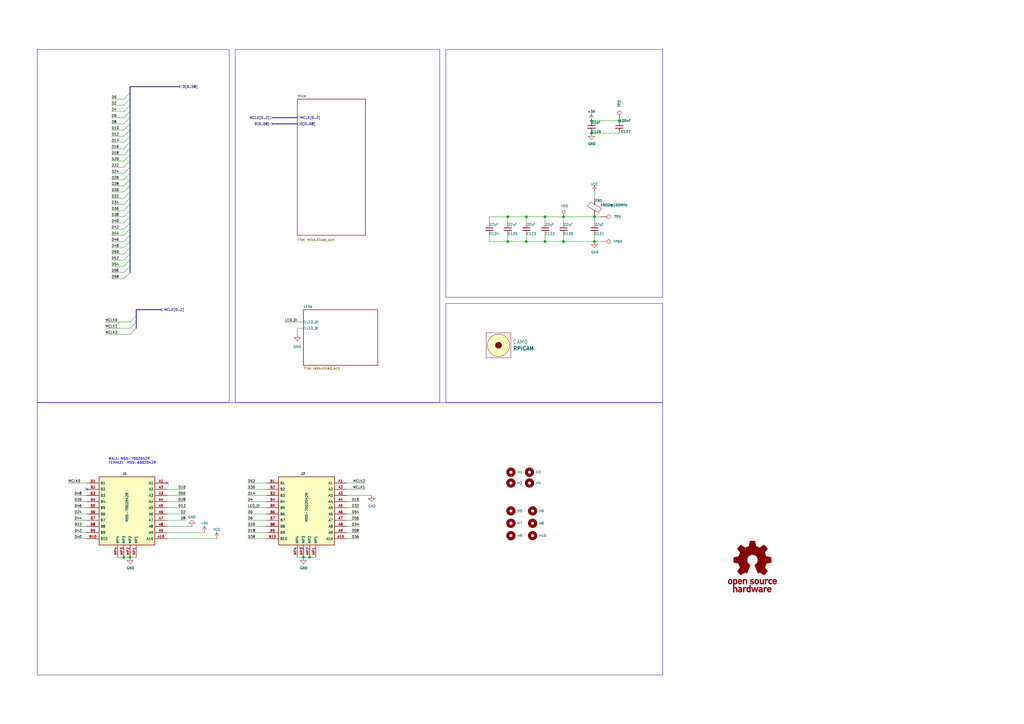
<source format=kicad_sch>
(kicad_sch (version 20250114) (generator "eeschema") (generator_version "9.0")
  (paper "A3")
  (lib_symbols
    (symbol "Device:FerriteBead" (pin_numbers (hide yes)) (pin_names (offset 0))
      (property "Reference" "FB" (at -3.81 0.635 90))
      (property "Value" "FerriteBead" (at 3.81 0 90))
      (symbol "FerriteBead_1_1"
        (pin passive line (at 0 3.81 270) (length 2.54) (name "~") (number "1"))
        (pin passive line (at 0 -3.81 90) (length 2.54) (name "~") (number "2"))
      )
    )
    (symbol "M55-7002042R:M55-7002042R"
      (property "Reference" "J" (at 34.29 15.24 0))
      (property "Value" "M55-7002042R" (at 34.29 12.7 0))
      (symbol "M55-7002042R_1_1"
        (pin passive line (at 0 2.54 0) (length 5.08) (name "MP4") (number "MP4"))
        (pin passive line (at 0 0 0) (length 5.08) (name "MP3") (number "MP3"))
        (pin passive line (at 0 -2.54 0) (length 5.08) (name "MP2") (number "MP2"))
        (pin passive line (at 0 -5.08 0) (length 5.08) (name "MP1") (number "MP1"))
        (pin passive line (at 7.62 15.24 270) (length 5.08) (name "B10") (number "B10"))
        (pin passive line (at 7.62 -17.78 90) (length 5.08) (name "A10") (number "A10"))
        (pin passive line (at 10.16 15.24 270) (length 5.08) (name "B9") (number "B9"))
        (pin passive line (at 10.16 -17.78 90) (length 5.08) (name "A9") (number "A9"))
        (pin passive line (at 12.7 15.24 270) (length 5.08) (name "B8") (number "B8"))
        (pin passive line (at 12.7 -17.78 90) (length 5.08) (name "A8") (number "A8"))
        (pin passive line (at 15.24 15.24 270) (length 5.08) (name "B7") (number "B7"))
        (pin passive line (at 15.24 -17.78 90) (length 5.08) (name "A7") (number "A7"))
        (pin passive line (at 17.78 15.24 270) (length 5.08) (name "B6") (number "B6"))
        (pin passive line (at 17.78 -17.78 90) (length 5.08) (name "A6") (number "A6"))
        (pin passive line (at 20.32 15.24 270) (length 5.08) (name "B5") (number "B5"))
        (pin passive line (at 20.32 -17.78 90) (length 5.08) (name "A5") (number "A5"))
        (pin passive line (at 22.86 15.24 270) (length 5.08) (name "B4") (number "B4"))
        (pin passive line (at 22.86 -17.78 90) (length 5.08) (name "A4") (number "A4"))
        (pin passive line (at 25.4 15.24 270) (length 5.08) (name "B3") (number "B3"))
        (pin passive line (at 25.4 -17.78 90) (length 5.08) (name "A3") (number "A3"))
        (pin passive line (at 27.94 15.24 270) (length 5.08) (name "B2") (number "B2"))
        (pin passive line (at 27.94 -17.78 90) (length 5.08) (name "A2") (number "A2"))
        (pin passive line (at 30.48 15.24 270) (length 5.08) (name "B1") (number "B1"))
        (pin passive line (at 30.48 -17.78 90) (length 5.08) (name "A1") (number "A1"))
      )
    )
    (symbol "Mechanical:MountingHole" (pin_names (offset 1.016))
      (property "Reference" "H" (at 0 5.08 0))
      (property "Value" "MountingHole" (at 0 3.175 0))
    )
    (symbol "OSHW:LOGO" (pin_names (offset 1.016)))
    (symbol "array-rescue:C_Small-Device-array-rescue" (pin_numbers (hide yes)) (pin_names (offset 0.254) (hide yes))
      (property "Reference" "C" (at 0.254 1.778 0))
      (property "Value" "array-rescue_C_Small-Device" (at 0.254 -2.032 0))
      (symbol "C_Small-Device-array-rescue_1_1"
        (pin passive line (at 0 2.54 270) (length 2.032) (name "~") (number "1"))
        (pin passive line (at 0 -2.54 90) (length 2.032) (name "~") (number "2"))
      )
    )
    (symbol "array-rescue:GND-power-array-rescue" (power) (pin_names (offset 0))
      (property "Value" "GND-power-array-rescue" (at 0 -3.81 0))
      (symbol "GND-power-array-rescue_1_1"
        (pin power_in line (at 0 0 270) (length 0) (hide yes) (name "GND") (number "1"))
      )
    )
    (symbol "array-rescue:TestPoint-Connector-array-rescue" (pin_numbers (hide yes)) (pin_names (offset 0.762) (hide yes))
      (property "Reference" "TP" (at 0 6.858 0))
      (property "Value" "array-rescue_TestPoint-Connector" (at 0 5.08 0))
      (symbol "TestPoint-Connector-array-rescue_1_1"
        (pin passive line (at 0 0 90) (length 2.54) (name "1") (number "1"))
      )
    )
    (symbol "array-rescue:VDD-power-array-rescue" (power) (pin_names (offset 0))
      (property "Value" "VDD-power-array-rescue" (at 0 3.81 0))
      (symbol "VDD-power-array-rescue_1_1"
        (pin power_in line (at 0 0 90) (length 0) (hide yes) (name "VDD") (number "1"))
      )
    )
    (symbol "power:+5V" (power) (pin_names (offset 0))
      (property "Value" "+5V" (at 0 3.556 0))
      (symbol "+5V_1_1"
        (pin power_in line (at 0 0 90) (length 0) (hide yes) (name "+5V") (number "1"))
      )
    )
    (symbol "power:GND" (power) (pin_names (offset 0))
      (property "Value" "GND" (at 0 -3.81 0))
      (symbol "GND_1_1"
        (pin power_in line (at 0 0 270) (length 0) (hide yes) (name "GND") (number "1"))
      )
    )
    (symbol "power:VCC" (power) (pin_names (offset 0))
      (property "Value" "VCC" (at 0 3.81 0))
      (symbol "VCC_1_1"
        (pin power_in line (at 0 0 90) (length 0) (hide yes) (name "VCC") (number "1"))
      )
    )
    (symbol "rpicam:RPICAM" (pin_names (offset 1.016))
      (property "Reference" "CAM" (at -2.54 6.35 0))
      (property "Value" "RPICAM" (at 1.27 -6.35 0))
    )
  )
  (text "MALE: M55-7002042R \nFEMALE:  M55-6002042R" (at 44.45 190.5 0) (effects (font (size 1 1)) (justify left bottom)))
  (junction (at 53.34 228.6))
  (junction (at 215.9 99.06))
  (junction (at 223.52 99.06))
  (junction (at 243.84 88.9))
  (junction (at 208.28 99.06))
  (junction (at 127 228.6))
  (junction (at 242.57 54.61))
  (junction (at 208.28 88.9))
  (junction (at 231.14 88.9))
  (junction (at 254 49.53))
  (junction (at 231.14 99.06))
  (junction (at 50.8 228.6))
  (junction (at 242.57 49.53))
  (junction (at 215.9 88.9))
  (junction (at 124.46 228.6))
  (junction (at 243.84 99.06))
  (junction (at 223.52 88.9))
  (no_connect (at 35.56 200.66))
  (no_connect (at 68.58 198.12))
  (bus_entry (at 50.8 53.34) (size 2.54 -2.54))
  (bus_entry (at 50.8 81.28) (size 2.54 -2.54))
  (bus_entry (at 53.34 132.08) (size 2.54 -2.54))
  (bus_entry (at 50.8 55.88) (size 2.54 -2.54))
  (bus_entry (at 50.8 99.06) (size 2.54 -2.54))
  (bus_entry (at 50.8 111.76) (size 2.54 -2.54))
  (bus_entry (at 50.8 86.36) (size 2.54 -2.54))
  (bus_entry (at 50.8 93.98) (size 2.54 -2.54))
  (bus_entry (at 50.8 43.18) (size 2.54 -2.54))
  (bus_entry (at 53.34 137.16) (size 2.54 -2.54))
  (bus_entry (at 50.8 68.58) (size 2.54 -2.54))
  (bus_entry (at 50.8 83.82) (size 2.54 -2.54))
  (bus_entry (at 50.8 60.96) (size 2.54 -2.54))
  (bus_entry (at 53.34 134.62) (size 2.54 -2.54))
  (bus_entry (at 50.8 48.26) (size 2.54 -2.54))
  (bus_entry (at 50.8 66.04) (size 2.54 -2.54))
  (bus_entry (at 50.8 71.12) (size 2.54 -2.54))
  (bus_entry (at 50.8 45.72) (size 2.54 -2.54))
  (bus_entry (at 50.8 40.64) (size 2.54 -2.54))
  (bus_entry (at 50.8 91.44) (size 2.54 -2.54))
  (bus_entry (at 50.8 50.8) (size 2.54 -2.54))
  (bus_entry (at 50.8 106.68) (size 2.54 -2.54))
  (bus_entry (at 50.8 101.6) (size 2.54 -2.54))
  (bus_entry (at 50.8 58.42) (size 2.54 -2.54))
  (bus_entry (at 50.8 114.3) (size 2.54 -2.54))
  (bus_entry (at 50.8 96.52) (size 2.54 -2.54))
  (bus_entry (at 50.8 109.22) (size 2.54 -2.54))
  (bus_entry (at 50.8 73.66) (size 2.54 -2.54))
  (bus_entry (at 50.8 76.2) (size 2.54 -2.54))
  (bus_entry (at 50.8 63.5) (size 2.54 -2.54))
  (bus_entry (at 50.8 88.9) (size 2.54 -2.54))
  (bus_entry (at 50.8 104.14) (size 2.54 -2.54))
  (bus_entry (at 50.8 78.74) (size 2.54 -2.54))
  (polyline (pts (xy 271.78 20.32) (xy 271.78 121.92)))
  (wire (pts (xy 30.48 210.82) (xy 35.56 210.82)))
  (wire (pts (xy 142.24 208.28) (xy 147.32 208.28)))
  (wire (pts (xy 68.58 220.98) (xy 88.9 220.98)))
  (bus (pts (xy 53.34 109.22) (xy 53.34 111.76)))
  (bus (pts (xy 121.92 48.26) (xy 111.76 48.26)))
  (wire (pts (xy 45.72 63.5) (xy 50.8 63.5)))
  (polyline (pts (xy 271.78 124.46) (xy 271.78 165.1)))
  (wire (pts (xy 45.72 73.66) (xy 50.8 73.66)))
  (wire (pts (xy 45.72 68.58) (xy 50.8 68.58)))
  (wire (pts (xy 45.72 78.74) (xy 50.8 78.74)))
  (bus (pts (xy 53.34 86.36) (xy 53.34 88.9)))
  (wire (pts (xy 45.72 91.44) (xy 50.8 91.44)))
  (wire (pts (xy 45.72 114.3) (xy 50.8 114.3)))
  (polyline (pts (xy 15.24 20.32) (xy 93.98 20.32)))
  (bus (pts (xy 53.34 99.06) (xy 53.34 101.6)))
  (bus (pts (xy 53.34 88.9) (xy 53.34 91.44)))
  (polyline (pts (xy 96.52 20.32) (xy 180.34 20.32)))
  (wire (pts (xy 101.6 200.66) (xy 109.22 200.66)))
  (wire (pts (xy 45.72 96.52) (xy 50.8 96.52)))
  (wire (pts (xy 68.58 205.74) (xy 76.2 205.74)))
  (wire (pts (xy 48.26 228.6) (xy 50.8 228.6)))
  (wire (pts (xy 45.72 76.2) (xy 50.8 76.2)))
  (bus (pts (xy 55.88 127) (xy 55.88 129.54)))
  (wire (pts (xy 30.48 208.28) (xy 35.56 208.28)))
  (wire (pts (xy 45.72 50.8) (xy 50.8 50.8)))
  (wire (pts (xy 101.6 208.28) (xy 109.22 208.28)))
  (bus (pts (xy 53.34 55.88) (xy 53.34 58.42)))
  (bus (pts (xy 53.34 48.26) (xy 53.34 50.8)))
  (wire (pts (xy 243.84 88.9) (xy 243.84 91.44)))
  (polyline (pts (xy 93.98 165.1) (xy 15.24 165.1)))
  (wire (pts (xy 101.6 220.98) (xy 109.22 220.98)))
  (polyline (pts (xy 15.24 276.86) (xy 15.24 165.1)))
  (wire (pts (xy 231.14 88.9) (xy 223.52 88.9)))
  (polyline (pts (xy 271.78 121.92) (xy 182.88 121.92)))
  (wire (pts (xy 142.24 210.82) (xy 147.32 210.82)))
  (wire (pts (xy 101.6 218.44) (xy 109.22 218.44)))
  (bus (pts (xy 53.34 60.96) (xy 53.34 63.5)))
  (wire (pts (xy 200.66 96.52) (xy 200.66 99.06)))
  (polyline (pts (xy 93.98 20.32) (xy 93.98 165.1)))
  (wire (pts (xy 68.58 210.82) (xy 76.2 210.82)))
  (wire (pts (xy 101.6 203.2) (xy 109.22 203.2)))
  (wire (pts (xy 101.6 210.82) (xy 109.22 210.82)))
  (wire (pts (xy 30.48 215.9) (xy 35.56 215.9)))
  (wire (pts (xy 30.48 203.2) (xy 35.56 203.2)))
  (wire (pts (xy 45.72 83.82) (xy 50.8 83.82)))
  (wire (pts (xy 242.57 49.53) (xy 254 49.53)))
  (wire (pts (xy 223.52 96.52) (xy 223.52 99.06)))
  (wire (pts (xy 45.72 40.64) (xy 50.8 40.64)))
  (polyline (pts (xy 15.24 165.1) (xy 15.24 20.32)))
  (wire (pts (xy 45.72 93.98) (xy 50.8 93.98)))
  (wire (pts (xy 45.72 109.22) (xy 50.8 109.22)))
  (wire (pts (xy 45.72 104.14) (xy 50.8 104.14)))
  (wire (pts (xy 68.58 208.28) (xy 76.2 208.28)))
  (wire (pts (xy 142.24 200.66) (xy 149.86 200.66)))
  (wire (pts (xy 121.92 134.62) (xy 121.92 137.16)))
  (wire (pts (xy 124.46 134.62) (xy 121.92 134.62)))
  (wire (pts (xy 101.6 215.9) (xy 109.22 215.9)))
  (bus (pts (xy 53.34 96.52) (xy 53.34 99.06)))
  (bus (pts (xy 53.34 73.66) (xy 53.34 76.2)))
  (bus (pts (xy 53.34 35.56) (xy 73.66 35.56)))
  (bus (pts (xy 53.34 101.6) (xy 53.34 104.14)))
  (polyline (pts (xy 271.78 165.1) (xy 182.88 165.1)))
  (wire (pts (xy 101.6 213.36) (xy 109.22 213.36)))
  (wire (pts (xy 68.58 215.9) (xy 78.74 215.9)))
  (wire (pts (xy 45.72 99.06) (xy 50.8 99.06)))
  (bus (pts (xy 53.34 81.28) (xy 53.34 83.82)))
  (bus (pts (xy 53.34 71.12) (xy 53.34 73.66)))
  (wire (pts (xy 45.72 86.36) (xy 50.8 86.36)))
  (wire (pts (xy 200.66 88.9) (xy 200.66 91.44)))
  (wire (pts (xy 101.6 198.12) (xy 109.22 198.12)))
  (wire (pts (xy 242.57 54.61) (xy 254 54.61)))
  (wire (pts (xy 45.72 53.34) (xy 50.8 53.34)))
  (wire (pts (xy 45.72 48.26) (xy 50.8 48.26)))
  (wire (pts (xy 223.52 88.9) (xy 223.52 91.44)))
  (wire (pts (xy 45.72 106.68) (xy 50.8 106.68)))
  (wire (pts (xy 215.9 88.9) (xy 215.9 91.44)))
  (bus (pts (xy 53.34 40.64) (xy 53.34 43.18)))
  (wire (pts (xy 127 228.6) (xy 129.54 228.6)))
  (polyline (pts (xy 182.88 20.32) (xy 271.78 20.32)))
  (wire (pts (xy 45.72 111.76) (xy 50.8 111.76)))
  (bus (pts (xy 53.34 83.82) (xy 53.34 86.36)))
  (bus (pts (xy 53.34 91.44) (xy 53.34 93.98)))
  (polyline (pts (xy 271.78 276.86) (xy 15.24 276.86)))
  (wire (pts (xy 200.66 99.06) (xy 208.28 99.06)))
  (wire (pts (xy 68.58 203.2) (xy 76.2 203.2)))
  (polyline (pts (xy 271.78 165.1) (xy 271.78 276.86)))
  (wire (pts (xy 215.9 99.06) (xy 223.52 99.06)))
  (wire (pts (xy 215.9 96.52) (xy 215.9 99.06)))
  (bus (pts (xy 53.34 68.58) (xy 53.34 71.12)))
  (wire (pts (xy 45.72 71.12) (xy 50.8 71.12)))
  (wire (pts (xy 142.24 203.2) (xy 152.4 203.2)))
  (bus (pts (xy 53.34 66.04) (xy 53.34 68.58)))
  (wire (pts (xy 246.38 99.06) (xy 243.84 99.06)))
  (wire (pts (xy 208.28 96.52) (xy 208.28 99.06)))
  (wire (pts (xy 142.24 205.74) (xy 147.32 205.74)))
  (wire (pts (xy 45.72 58.42) (xy 50.8 58.42)))
  (wire (pts (xy 45.72 55.88) (xy 50.8 55.88)))
  (polyline (pts (xy 182.88 124.46) (xy 271.78 124.46)))
  (wire (pts (xy 243.84 78.74) (xy 243.84 81.28)))
  (bus (pts (xy 53.34 93.98) (xy 53.34 96.52)))
  (wire (pts (xy 30.48 218.44) (xy 35.56 218.44)))
  (wire (pts (xy 231.14 99.06) (xy 231.14 96.52)))
  (bus (pts (xy 53.34 78.74) (xy 53.34 81.28)))
  (wire (pts (xy 45.72 88.9) (xy 50.8 88.9)))
  (wire (pts (xy 43.18 137.16) (xy 53.34 137.16)))
  (wire (pts (xy 50.8 228.6) (xy 53.34 228.6)))
  (bus (pts (xy 53.34 106.68) (xy 53.34 109.22)))
  (bus (pts (xy 53.34 76.2) (xy 53.34 78.74)))
  (bus (pts (xy 53.34 104.14) (xy 53.34 106.68)))
  (bus (pts (xy 53.34 45.72) (xy 53.34 48.26)))
  (wire (pts (xy 142.24 218.44) (xy 147.32 218.44)))
  (polyline (pts (xy 182.88 165.1) (xy 182.88 124.46)))
  (wire (pts (xy 27.94 198.12) (xy 35.56 198.12)))
  (bus (pts (xy 53.34 63.5) (xy 53.34 66.04)))
  (wire (pts (xy 208.28 88.9) (xy 208.28 91.44)))
  (wire (pts (xy 45.72 101.6) (xy 50.8 101.6)))
  (wire (pts (xy 142.24 198.12) (xy 149.86 198.12)))
  (bus (pts (xy 53.34 35.56) (xy 53.34 38.1)))
  (wire (pts (xy 68.58 213.36) (xy 76.2 213.36)))
  (bus (pts (xy 53.34 43.18) (xy 53.34 45.72)))
  (wire (pts (xy 45.72 81.28) (xy 50.8 81.28)))
  (bus (pts (xy 53.34 50.8) (xy 53.34 53.34)))
  (wire (pts (xy 121.92 228.6) (xy 124.46 228.6)))
  (bus (pts (xy 55.88 129.54) (xy 55.88 132.08)))
  (wire (pts (xy 208.28 99.06) (xy 215.9 99.06)))
  (wire (pts (xy 45.72 60.96) (xy 50.8 60.96)))
  (wire (pts (xy 45.72 43.18) (xy 50.8 43.18)))
  (polyline (pts (xy 15.24 165.1) (xy 271.78 165.1)))
  (wire (pts (xy 208.28 88.9) (xy 200.66 88.9)))
  (wire (pts (xy 142.24 215.9) (xy 147.32 215.9)))
  (wire (pts (xy 223.52 88.9) (xy 215.9 88.9)))
  (wire (pts (xy 43.18 132.08) (xy 53.34 132.08)))
  (wire (pts (xy 68.58 218.44) (xy 83.82 218.44)))
  (wire (pts (xy 30.48 220.98) (xy 35.56 220.98)))
  (wire (pts (xy 142.24 213.36) (xy 147.32 213.36)))
  (wire (pts (xy 243.84 88.9) (xy 246.38 88.9)))
  (wire (pts (xy 243.84 99.06) (xy 231.14 99.06)))
  (wire (pts (xy 231.14 88.9) (xy 243.84 88.9)))
  (wire (pts (xy 30.48 205.74) (xy 35.56 205.74)))
  (bus (pts (xy 55.88 132.08) (xy 55.88 134.62)))
  (wire (pts (xy 101.6 205.74) (xy 109.22 205.74)))
  (wire (pts (xy 68.58 200.66) (xy 76.2 200.66)))
  (polyline (pts (xy 182.88 121.92) (xy 182.88 20.32)))
  (bus (pts (xy 53.34 58.42) (xy 53.34 60.96)))
  (wire (pts (xy 223.52 99.06) (xy 231.14 99.06)))
  (wire (pts (xy 45.72 66.04) (xy 50.8 66.04)))
  (wire (pts (xy 208.28 88.9) (xy 215.9 88.9)))
  (polyline (pts (xy 180.34 20.32) (xy 180.34 165.1)))
  (wire (pts (xy 45.72 45.72) (xy 50.8 45.72)))
  (bus (pts (xy 121.92 50.8) (xy 111.76 50.8)))
  (wire (pts (xy 243.84 96.52) (xy 243.84 99.06)))
  (wire (pts (xy 53.34 228.6) (xy 55.88 228.6)))
  (wire (pts (xy 231.14 91.44) (xy 231.14 88.9)))
  (wire (pts (xy 30.48 213.36) (xy 35.56 213.36)))
  (bus (pts (xy 53.34 53.34) (xy 53.34 55.88)))
  (bus (pts (xy 53.34 38.1) (xy 53.34 40.64)))
  (wire (pts (xy 116.84 132.08) (xy 124.46 132.08)))
  (wire (pts (xy 147.32 220.98) (xy 142.24 220.98)))
  (wire (pts (xy 124.46 228.6) (xy 127 228.6)))
  (polyline (pts (xy 180.34 165.1) (xy 96.52 165.1)))
  (bus (pts (xy 55.88 127) (xy 66.04 127)))
  (polyline (pts (xy 96.52 165.1) (xy 96.52 20.32)))
  (wire (pts (xy 43.18 134.62) (xy 53.34 134.62)))
  (label "D16" (at 45.72 60.96 0) (effects (font (size 1 1))))
  (label "D46" (at 30.48 208.28 0) (effects (font (size 1 1))))
  (label "D54" (at 45.72 109.22 0) (effects (font (size 1 1))))
  (label "D26" (at 30.48 205.74 0) (effects (font (size 1 1))))
  (label "D50" (at 76.2 203.2 180) (effects (font (size 1 1))))
  (label "D54" (at 147.32 210.82 180) (effects (font (size 1 1))))
  (label "D56" (at 147.32 213.36 180) (effects (font (size 1 1))))
  (label "D42" (at 30.48 218.44 0) (effects (font (size 1 1))))
  (label "D24" (at 30.48 210.82 0) (effects (font (size 1 1))))
  (label "D4" (at 45.72 45.72 0) (effects (font (size 1 1))))
  (label "D30" (at 101.6 200.66 0) (effects (font (size 1 1))))
  (label "MCLK2" (at 149.86 198.12 180) (effects (font (size 1 1))))
  (label "D6" (at 101.6 213.36 0) (effects (font (size 1 1))))
  (label "D28" (at 76.2 205.74 180) (effects (font (size 1 1))))
  (label "D24" (at 45.72 71.12 0) (effects (font (size 1 1))))
  (label "D42" (at 45.72 93.98 0) (effects (font (size 1 1))))
  (label "D12" (at 45.72 55.88 0) (effects (font (size 1 1))))
  (label "MCLK0" (at 43.18 132.08 0) (effects (font (size 1 1))))
  (label "D28" (at 45.72 76.2 0) (effects (font (size 1 1))))
  (label "D10" (at 76.2 200.66 180) (effects (font (size 1 1))))
  (label "D26" (at 45.72 73.66 0) (effects (font (size 1 1))))
  (label "D14" (at 101.6 203.2 0) (effects (font (size 1 1))))
  (label "D0" (at 101.6 210.82 0) (effects (font (size 1 1))))
  (label "D20" (at 45.72 66.04 0) (effects (font (size 1 1))))
  (label "MCLK2" (at 43.18 137.16 0) (effects (font (size 1 1))))
  (label "LED_DI" (at 101.6 208.28 0) (effects (font (size 1 1))))
  (label "D22" (at 30.48 215.9 0) (effects (font (size 1 1))))
  (label "D44" (at 45.72 96.52 0) (effects (font (size 1 1))))
  (label "D58" (at 147.32 218.44 180) (effects (font (size 1 1))))
  (label "D2" (at 76.2 210.82 180) (effects (font (size 1 1))))
  (label "MCLK1" (at 149.86 200.66 180) (effects (font (size 1 1))))
  (label "D8" (at 76.2 213.36 180) (effects (font (size 1 1))))
  (label "LED_DI" (at 116.84 132.08 0) (effects (font (size 1 1))))
  (label "D36" (at 45.72 86.36 0) (effects (font (size 1 1))))
  (label "D20" (at 101.6 215.9 0) (effects (font (size 1 1))))
  (label "D38" (at 45.72 88.9 0) (effects (font (size 1 1))))
  (label "D6" (at 45.72 48.26 0) (effects (font (size 1 1))))
  (label "D0" (at 45.72 40.64 0) (effects (font (size 1 1))))
  (label "D50" (at 45.72 104.14 0) (effects (font (size 1 1))))
  (label "D18" (at 101.6 218.44 0) (effects (font (size 1 1))))
  (label "D14" (at 45.72 58.42 0) (effects (font (size 1 1))))
  (label "D30" (at 45.72 78.74 0) (effects (font (size 1 1))))
  (label "D22" (at 45.72 68.58 0) (effects (font (size 1 1))))
  (label "D4" (at 101.6 205.74 0) (effects (font (size 1 1))))
  (label "D12" (at 76.2 208.28 180) (effects (font (size 1 1))))
  (label "D38" (at 101.6 220.98 0) (effects (font (size 1 1))))
  (label "D32" (at 45.72 81.28 0) (effects (font (size 1 1))))
  (label "MCLK1" (at 43.18 134.62 0) (effects (font (size 1 1))))
  (label "D56" (at 45.72 111.76 0) (effects (font (size 1 1))))
  (label "D16" (at 147.32 205.74 180) (effects (font (size 1 1))))
  (label "D52" (at 101.6 198.12 0) (effects (font (size 1 1))))
  (label "D8" (at 45.72 50.8 0) (effects (font (size 1 1))))
  (label "D40" (at 30.48 220.98 0) (effects (font (size 1 1))))
  (label "D34" (at 147.32 215.9 180) (effects (font (size 1 1))))
  (label "D58" (at 45.72 114.3 0) (effects (font (size 1 1))))
  (label "D36" (at 147.32 220.98 180) (effects (font (size 1 1))))
  (label "D34" (at 45.72 83.82 0) (effects (font (size 1 1))))
  (label "D10" (at 45.72 53.34 0) (effects (font (size 1 1))))
  (label "D32" (at 147.32 208.28 180) (effects (font (size 1 1))))
  (label "D48" (at 30.48 203.2 0) (effects (font (size 1 1))))
  (label "D44" (at 30.48 213.36 0) (effects (font (size 1 1))))
  (label "D2" (at 45.72 43.18 0) (effects (font (size 1 1))))
  (label "D46" (at 45.72 99.06 0) (effects (font (size 1 1))))
  (label "D40" (at 45.72 91.44 0) (effects (font (size 1 1))))
  (label "D18" (at 45.72 63.5 0) (effects (font (size 1 1))))
  (label "MCLK0" (at 27.94 198.12 0) (effects (font (size 1 1))))
  (label "D52" (at 45.72 106.68 0) (effects (font (size 1 1))))
  (label "D48" (at 45.72 101.6 0) (effects (font (size 1 1))))
  (hierarchical_label "MCLK[0..2]" (shape input) (at 111.76 48.26 180) (effects (font (size 1 1))))
  (hierarchical_label "D[0..58]" (shape output) (at 111.76 50.8 180) (effects (font (size 1 1))))
  (hierarchical_label "D[0..58]" (shape output) (at 73.66 35.56 0) (effects (font (size 1 1))))
  (hierarchical_label "MCLK[0..2]" (shape output) (at 66.04 127 0) (effects (font (size 1 1))))
  (symbol (lib_id "array-rescue:C_Small-Device-array-rescue") (at 243.84 93.98 0) (unit 1)
    (property "Reference" "C121" (at 243.84 95.885 0) (effects (font (size 1 1)) (justify left)))
    (property "Value" "22uF" (at 243.84 92.075 0) (effects (font (size 1 1)) (justify left)))
    (property "Footprint" "Capacitor_SMD:C_0805_2012Metric" (effects (hide yes)))
    (property "Datasheet" "https://www.yageo.com/upload/media/product/app/datasheet/mlcc/upy-gphc_y5v_6_3v-to-50v.pdf" (effects (hide yes)))
    (property "Manufacturer_Part_Number" "CC0805ZKY5V5BB226" (effects (hide yes)))
    (property "LCSC" "C577040" (effects (hide yes)))
  )
  (symbol (lib_id "array-rescue:GND-power-array-rescue") (at 243.84 99.06 0) (unit 1)
    (property "Reference" "#PWR0121" (effects (hide yes)))
    (property "Value" "GND" (at 243.967 103.4542 0) (effects (font (size 1 1))))
  )
  (symbol (lib_id "rpicam:RPICAM") (at 204.47 141.605 0) (unit 1) (in_bom no)
    (property "Reference" "CAM0" (at 210.2612 140.2588 0) (effects (font (size 1.524 1.524)) (justify left)))
    (property "Value" "RPICAM" (at 210.2612 142.9512 0) (effects (font (size 1.524 1.524) (bold yes)) (justify left)))
    (property "Footprint" "raspberry:RPI_CAMERA" (effects (hide yes)))
  )
  (symbol (lib_id "array-rescue:TestPoint-Connector-array-rescue") (at 246.38 99.06 270) (unit 1) (in_bom no)
    (property "Reference" "TP65" (at 253.365 99.06 90) (effects (font (size 1 1))))
    (property "Value" "TestPoint" (effects (hide yes)))
    (property "Footprint" "raspberry:TestPoint_Pad_D1.5mm" (effects (hide yes)))
  )
  (symbol (lib_id "array-rescue:C_Small-Device-array-rescue") (at 200.66 93.98 0) (unit 1)
    (property "Reference" "C124" (at 200.66 95.885 0) (effects (font (size 1 1)) (justify left)))
    (property "Value" "22uF" (at 200.66 92.075 0) (effects (font (size 1 1)) (justify left)))
    (property "Footprint" "Capacitor_SMD:C_0805_2012Metric" (effects (hide yes)))
    (property "Datasheet" "https://www.yageo.com/upload/media/product/app/datasheet/mlcc/upy-gphc_y5v_6_3v-to-50v.pdf" (effects (hide yes)))
    (property "Manufacturer_Part_Number" "CC0805ZKY5V5BB226" (effects (hide yes)))
    (property "LCSC" "C577040" (effects (hide yes)))
  )
  (symbol (lib_id "array-rescue:GND-power-array-rescue") (at 53.34 228.6 0) (unit 1)
    (property "Reference" "#PWR0123" (effects (hide yes)))
    (property "Value" "GND" (at 53.467 232.9942 0) (effects (font (size 1 1))))
  )
  (symbol (lib_id "array-rescue:C_Small-Device-array-rescue") (at 231.14 93.98 0) (unit 1)
    (property "Reference" "C120" (at 231.14 95.885 0) (effects (font (size 1 1)) (justify left)))
    (property "Value" "22uF" (at 231.14 92.075 0) (effects (font (size 1 1)) (justify left)))
    (property "Footprint" "Capacitor_SMD:C_0805_2012Metric" (effects (hide yes)))
    (property "Datasheet" "https://www.yageo.com/upload/media/product/app/datasheet/mlcc/upy-gphc_y5v_6_3v-to-50v.pdf" (effects (hide yes)))
    (property "Manufacturer_Part_Number" "CC0805ZKY5V5BB226" (effects (hide yes)))
    (property "LCSC" "C577040" (effects (hide yes)))
  )
  (symbol (lib_id "array-rescue:GND-power-array-rescue") (at 152.4 203.2 0) (unit 1)
    (property "Reference" "#PWR0124" (effects (hide yes)))
    (property "Value" "GND" (at 152.527 207.5942 0) (effects (font (size 1 1))))
  )
  (symbol (lib_id "array-rescue:C_Small-Device-array-rescue") (at 215.9 93.98 0) (unit 1)
    (property "Reference" "C123" (at 215.9 95.885 0) (effects (font (size 1 1)) (justify left)))
    (property "Value" "22uF" (at 215.9 92.075 0) (effects (font (size 1 1)) (justify left)))
    (property "Footprint" "Capacitor_SMD:C_0805_2012Metric" (effects (hide yes)))
    (property "Datasheet" "https://www.yageo.com/upload/media/product/app/datasheet/mlcc/upy-gphc_y5v_6_3v-to-50v.pdf" (effects (hide yes)))
    (property "Manufacturer_Part_Number" "CC0805ZKY5V5BB226" (effects (hide yes)))
    (property "LCSC" "C577040" (effects (hide yes)))
  )
  (symbol (lib_id "array-rescue:VDD-power-array-rescue") (at 231.14 88.9 0) (unit 1)
    (property "Reference" "#PWR0116" (effects (hide yes)))
    (property "Value" "VDD" (at 231.5718 84.5058 0) (effects (font (size 1 1))))
  )
  (symbol (lib_id "M55-7002042R:M55-7002042R") (at 124.46 228.6 90) (unit 1)
    (property "Reference" "J2" (at 123.19 194.31 90) (effects (font (size 1 1) (bold yes)) (justify right)))
    (property "Value" "M55-7002042R" (at 125.73 201.93 0) (effects (font (size 1 1)) (justify right)))
    (property "Footprint" "M557002042R" (effects (hide yes)))
    (property "Datasheet" "https://componentsearchengine.com/Datasheets/1/M55-7002042R.pdf" (effects (hide yes)))
    (property "Description" "Board to Board & Mezzanine Connectors 20P 1.27 SMC Male" (effects (hide yes)))
    (property "Manufacturer_Name" "Harwin" (effects (hide yes)))
    (property "Manufacturer_Part_Number" "M55-7002042R" (effects (hide yes)))
    (property "LCSC" "C17365015" (effects (hide yes)))
  )
  (symbol (lib_id "array-rescue:GND-power-array-rescue") (at 242.57 54.61 0) (unit 1)
    (property "Reference" "#PWR0311" (effects (hide yes)))
    (property "Value" "GND" (at 242.697 59.0042 0) (effects (font (size 1 1))))
  )
  (symbol (lib_id "array-rescue:GND-power-array-rescue") (at 124.46 228.6 0) (unit 1)
    (property "Reference" "#PWR0122" (effects (hide yes)))
    (property "Value" "GND" (at 124.587 232.9942 0) (effects (font (size 1 1))))
  )
  (symbol (lib_id "Mechanical:MountingHole") (at 217.17 193.675 0) (unit 1)
    (property "Reference" "H3" (at 219.71 193.675 0) (effects (font (size 1 1)) (justify left)))
    (property "Value" "MountingHole" (effects (hide yes)))
    (property "Footprint" "TH:WA-SMST" (effects (hide yes)))
    (property "Datasheet" "https://www.we-online.com/components/products/datasheet/9774080151R.pdf" (effects (hide yes)))
    (property "Description" "Mounting Hole without connection" (effects (hide yes)))
    (property "Manufacturer_Part_Number" "9774080151R" (effects (hide yes)))
    (property "LCSC" "C5252339" (effects (hide yes)))
  )
  (symbol (lib_id "Mechanical:MountingHole") (at 209.55 193.675 0) (unit 1)
    (property "Reference" "H1" (at 212.09 193.675 0) (effects (font (size 1 1)) (justify left)))
    (property "Value" "MountingHole" (effects (hide yes)))
    (property "Footprint" "TH:WA-SMST" (effects (hide yes)))
    (property "Datasheet" "https://www.we-online.com/components/products/datasheet/9774080151R.pdf" (effects (hide yes)))
    (property "Description" "Mounting Hole without connection" (effects (hide yes)))
    (property "Manufacturer_Part_Number" "9774080151R" (effects (hide yes)))
    (property "LCSC" "C5252339" (effects (hide yes)))
  )
  (symbol (lib_id "array-rescue:C_Small-Device-array-rescue") (at 254 52.07 0) (unit 1)
    (property "Reference" "C127" (at 254.635 53.975 0) (effects (font (size 1 1)) (justify left)))
    (property "Value" "100nF" (at 254 49.53 0) (effects (font (size 1 1)) (justify left)))
    (property "Footprint" "smd:C_0201_0603Metric" (effects (hide yes)))
    (property "Datasheet" "https://mm.digikey.com/Volume0/opasdata/d220001/medias/docus/41/CL03A104KQ3NNNC_SS.pdf" (effects (hide yes)))
    (property "Manufacturer_Part_Number" "CL03A104KQ3NNNC" (effects (hide yes)))
    (property "LCSC" "C160831" (effects (hide yes)))
  )
  (symbol (lib_id "power:VCC") (at 243.84 78.74 0) (unit 1)
    (property "Reference" "#PWR0126" (effects (hide yes)))
    (property "Value" "VCC" (at 243.84 75.565 0) (effects (font (size 1 1))))
    (property "Description" "Power symbol creates a global label with name \"VCC\"" (effects (hide yes)))
  )
  (symbol (lib_id "Mechanical:MountingHole") (at 209.55 209.55 0) (unit 1) (in_bom no)
    (property "Reference" "H5" (at 212.09 209.55 0) (effects (font (size 1 1)) (justify left)))
    (property "Value" "MountingHole" (effects (hide yes)))
    (property "Footprint" "MountingHole:MountingHole_2.5mm" (effects (hide yes)))
    (property "Description" "Mounting Hole without connection" (effects (hide yes)))
  )
  (symbol (lib_id "array-rescue:TestPoint-Connector-array-rescue") (at 246.38 88.9 270) (unit 1) (in_bom no)
    (property "Reference" "TP1" (at 253.365 88.9 90) (effects (font (size 1 1))))
    (property "Value" "TestPoint" (effects (hide yes)))
    (property "Footprint" "raspberry:TestPoint_Pad_D1.5mm" (effects (hide yes)))
  )
  (symbol (lib_id "power:GND") (at 121.92 137.16 0) (unit 1)
    (property "Reference" "#PWR0309" (effects (hide yes)))
    (property "Value" "GND" (at 121.92 142.24 0) (effects (font (size 1 1))))
    (property "Description" "Power symbol creates a global label with name \"GND\" , ground" (effects (hide yes)))
  )
  (symbol (lib_id "power:+5V") (at 83.82 218.44 0) (unit 1)
    (property "Reference" "#PWR0308" (effects (hide yes)))
    (property "Value" "+5V" (at 83.82 214.63 0) (effects (font (size 1 1))))
    (property "Description" "Power symbol creates a global label with name \"+5V\"" (effects (hide yes)))
  )
  (symbol (lib_id "array-rescue:C_Small-Device-array-rescue") (at 208.28 93.98 0) (unit 1)
    (property "Reference" "C125" (at 208.28 95.885 0) (effects (font (size 1 1)) (justify left)))
    (property "Value" "22uF" (at 208.28 92.075 0) (effects (font (size 1 1)) (justify left)))
    (property "Footprint" "Capacitor_SMD:C_0805_2012Metric" (effects (hide yes)))
    (property "Datasheet" "https://www.yageo.com/upload/media/product/app/datasheet/mlcc/upy-gphc_y5v_6_3v-to-50v.pdf" (effects (hide yes)))
    (property "Manufacturer_Part_Number" "CC0805ZKY5V5BB226" (effects (hide yes)))
    (property "LCSC" "C577040" (effects (hide yes)))
  )
  (symbol (lib_id "power:+5V") (at 242.57 49.53 0) (unit 1)
    (property "Reference" "#PWR0310" (effects (hide yes)))
    (property "Value" "+5V" (at 242.57 45.72 0) (effects (font (size 1 1))))
    (property "Description" "Power symbol creates a global label with name \"+5V\"" (effects (hide yes)))
  )
  (symbol (lib_id "Mechanical:MountingHole") (at 209.55 198.12 0) (unit 1)
    (property "Reference" "H2" (at 212.09 198.12 0) (effects (font (size 1 1)) (justify left)))
    (property "Value" "MountingHole" (effects (hide yes)))
    (property "Footprint" "TH:WA-SMST" (effects (hide yes)))
    (property "Datasheet" "https://www.we-online.com/components/products/datasheet/9774080151R.pdf" (effects (hide yes)))
    (property "Description" "Mounting Hole without connection" (effects (hide yes)))
    (property "Manufacturer_Part_Number" "9774080151R" (effects (hide yes)))
    (property "LCSC" "C5252339" (effects (hide yes)))
  )
  (symbol (lib_id "array-rescue:GND-power-array-rescue") (at 78.74 215.9 0) (mirror x) (unit 1)
    (property "Reference" "#PWR0125" (effects (hide yes)))
    (property "Value" "GND" (at 78.74 212.09 0) (effects (font (size 1 1))))
  )
  (symbol (lib_id "Mechanical:MountingHole") (at 217.17 198.12 0) (unit 1)
    (property "Reference" "H4" (at 219.71 198.12 0) (effects (font (size 1 1)) (justify left)))
    (property "Value" "MountingHole" (effects (hide yes)))
    (property "Footprint" "TH:WA-SMST" (effects (hide yes)))
    (property "Datasheet" "https://www.we-online.com/components/products/datasheet/9774080151R.pdf" (effects (hide yes)))
    (property "Description" "Mounting Hole without connection" (effects (hide yes)))
    (property "Manufacturer_Part_Number" "9774080151R" (effects (hide yes)))
    (property "LCSC" "C5252339" (effects (hide yes)))
  )
  (symbol (lib_id "array-rescue:TestPoint-Connector-array-rescue") (at 254 49.53 0) (unit 1) (in_bom no)
    (property "Reference" "TP2" (at 254 42.545 90) (effects (font (size 1 1))))
    (property "Value" "TestPoint" (effects (hide yes)))
    (property "Footprint" "raspberry:TestPoint_Pad_D1.5mm" (effects (hide yes)))
  )
  (symbol (lib_id "Mechanical:MountingHole") (at 209.55 214.63 0) (unit 1) (in_bom no)
    (property "Reference" "H7" (at 212.09 214.63 0) (effects (font (size 1 1)) (justify left)))
    (property "Value" "MountingHole" (effects (hide yes)))
    (property "Footprint" "MountingHole:MountingHole_2.5mm" (effects (hide yes)))
    (property "Description" "Mounting Hole without connection" (effects (hide yes)))
  )
  (symbol (lib_id "Mechanical:MountingHole") (at 218.44 209.55 0) (unit 1) (in_bom no)
    (property "Reference" "H6" (at 220.98 209.55 0) (effects (font (size 1 1)) (justify left)))
    (property "Value" "MountingHole" (effects (hide yes)))
    (property "Footprint" "MountingHole:MountingHole_2.5mm" (effects (hide yes)))
    (property "Description" "Mounting Hole without connection" (effects (hide yes)))
  )
  (symbol (lib_id "M55-7002042R:M55-7002042R") (at 50.8 228.6 90) (unit 1)
    (property "Reference" "J1" (at 50.165 194.31 90) (effects (font (size 1 1) (bold yes)) (justify right)))
    (property "Value" "M55-7002042R" (at 52.07 201.93 0) (effects (font (size 1 1)) (justify right)))
    (property "Footprint" "M557002042R" (effects (hide yes)))
    (property "Datasheet" "https://componentsearchengine.com/Datasheets/1/M55-7002042R.pdf" (effects (hide yes)))
    (property "Description" "Board to Board & Mezzanine Connectors 20P 1.27 SMC Male" (effects (hide yes)))
    (property "Manufacturer_Name" "Harwin" (effects (hide yes)))
    (property "Manufacturer_Part_Number" "M55-7002042R" (effects (hide yes)))
    (property "LCSC" "C17365015" (effects (hide yes)))
  )
  (symbol (lib_id "OSHW:LOGO") (at 308.61 232.41 0) (unit 1) (in_bom no)
    (property "Reference" "G1" (effects (hide yes)))
    (property "Value" "LOGO" (effects (hide yes)))
    (property "Footprint" "smd:OSHW-Logo2_9.8x8mm_SilkScreen" (effects (hide yes)))
  )
  (symbol (lib_id "Mechanical:MountingHole") (at 209.55 219.71 0) (unit 1) (in_bom no)
    (property "Reference" "H9" (at 212.09 219.71 0) (effects (font (size 1 1)) (justify left)))
    (property "Value" "MountingHole" (effects (hide yes)))
    (property "Footprint" "MountingHole:MountingHole_2.5mm" (effects (hide yes)))
    (property "Description" "Mounting Hole without connection" (effects (hide yes)))
  )
  (symbol (lib_id "Mechanical:MountingHole") (at 218.44 214.63 0) (unit 1) (in_bom no)
    (property "Reference" "H8" (at 220.98 214.63 0) (effects (font (size 1 1)) (justify left)))
    (property "Value" "MountingHole" (effects (hide yes)))
    (property "Footprint" "MountingHole:MountingHole_2.5mm" (effects (hide yes)))
    (property "Description" "Mounting Hole without connection" (effects (hide yes)))
  )
  (symbol (lib_id "Device:FerriteBead") (at 243.84 85.09 0) (unit 1)
    (property "Reference" "FB1" (at 244.094 82.296 0) (effects (font (size 1 1)) (justify left)))
    (property "Value" "100Ω@100MHz" (at 246.126 84.074 0) (effects (font (size 1 1)) (justify left)))
    (property "Footprint" "Resistor_SMD:R_0603_1608Metric" (effects (hide yes)))
    (property "Datasheet" "https://jlcpcb.com/api/file/downloadByFileSystemAccessId/8588920169070936064" (effects (hide yes)))
    (property "Description" "Ferrite bead" (effects (hide yes)))
    (property "Manufacturer_Part_Number" "CBW160808U101T" (effects (hide yes)))
    (property "LCSC" "C64181" (effects (hide yes)))
  )
  (symbol (lib_id "Mechanical:MountingHole") (at 218.44 219.71 0) (unit 1) (in_bom no)
    (property "Reference" "H10" (at 220.98 219.71 0) (effects (font (size 1 1)) (justify left)))
    (property "Value" "MountingHole" (effects (hide yes)))
    (property "Footprint" "MountingHole:MountingHole_2.5mm" (effects (hide yes)))
    (property "Description" "Mounting Hole without connection" (effects (hide yes)))
  )
  (symbol (lib_id "array-rescue:C_Small-Device-array-rescue") (at 223.52 93.98 0) (unit 1)
    (property "Reference" "C122" (at 223.52 95.885 0) (effects (font (size 1 1)) (justify left)))
    (property "Value" "22uF" (at 223.52 92.075 0) (effects (font (size 1 1)) (justify left)))
    (property "Footprint" "Capacitor_SMD:C_0805_2012Metric" (effects (hide yes)))
    (property "Datasheet" "https://www.yageo.com/upload/media/product/app/datasheet/mlcc/upy-gphc_y5v_6_3v-to-50v.pdf" (effects (hide yes)))
    (property "Manufacturer_Part_Number" "CC0805ZKY5V5BB226" (effects (hide yes)))
    (property "LCSC" "C577040" (effects (hide yes)))
  )
  (symbol (lib_id "array-rescue:C_Small-Device-array-rescue") (at 242.57 52.07 0) (unit 1)
    (property "Reference" "C126" (at 242.57 53.975 0) (effects (font (size 1 1)) (justify left)))
    (property "Value" "22uF" (at 242.57 50.165 0) (effects (font (size 1 1)) (justify left)))
    (property "Footprint" "Capacitor_SMD:C_0805_2012Metric" (effects (hide yes)))
    (property "Datasheet" "https://www.yageo.com/upload/media/product/app/datasheet/mlcc/upy-gphc_y5v_6_3v-to-50v.pdf" (effects (hide yes)))
    (property "Manufacturer_Part_Number" "CC0805ZKY5V5BB226" (effects (hide yes)))
    (property "LCSC" "C577040" (effects (hide yes)))
  )
  (symbol (lib_id "power:VCC") (at 88.9 220.98 0) (unit 1)
    (property "Reference" "#PWR0127" (effects (hide yes)))
    (property "Value" "VCC" (at 88.9 217.17 0) (effects (font (size 1 1))))
    (property "Description" "Power symbol creates a global label with name \"VCC\"" (effects (hide yes)))
  )
  (sheet (at 121.92 40.64) (size 27.94 55.88)
    (property "Sheetname" "mics" (at 121.92 39.9284 0) (effects (font (size 1 1)) (justify left bottom)))
    (property "Sheetfile" "mics.kicad_sch" (at 121.92 97.7396 0) (effects (font (size 1 1)) (justify left top)))
    (pin "MCLK[0..2]" input (at 121.92 48.26 180) (effects (font (size 1 1))))
    (pin "D[0..58]" output (at 121.92 50.8 180) (effects (font (size 1 1))))
  )
  (sheet (at 124.46 127) (size 30.48 22.86) (stroke (width 0.1524))
    (property "Sheetname" "LEDs" (at 124.46 126.2884 0) (effects (font (size 1 1)) (justify left bottom)))
    (property "Sheetfile" "leds.kicad_sch" (at 124.46 150.4446 0) (effects (font (size 1 1)) (justify left top)))
    (pin "LED_DI" input (at 124.46 132.08 180) (effects (font (size 1 1))))
    (pin "LED_BI" input (at 124.46 134.62 180) (effects (font (size 1 1))))
  )
)
</source>
